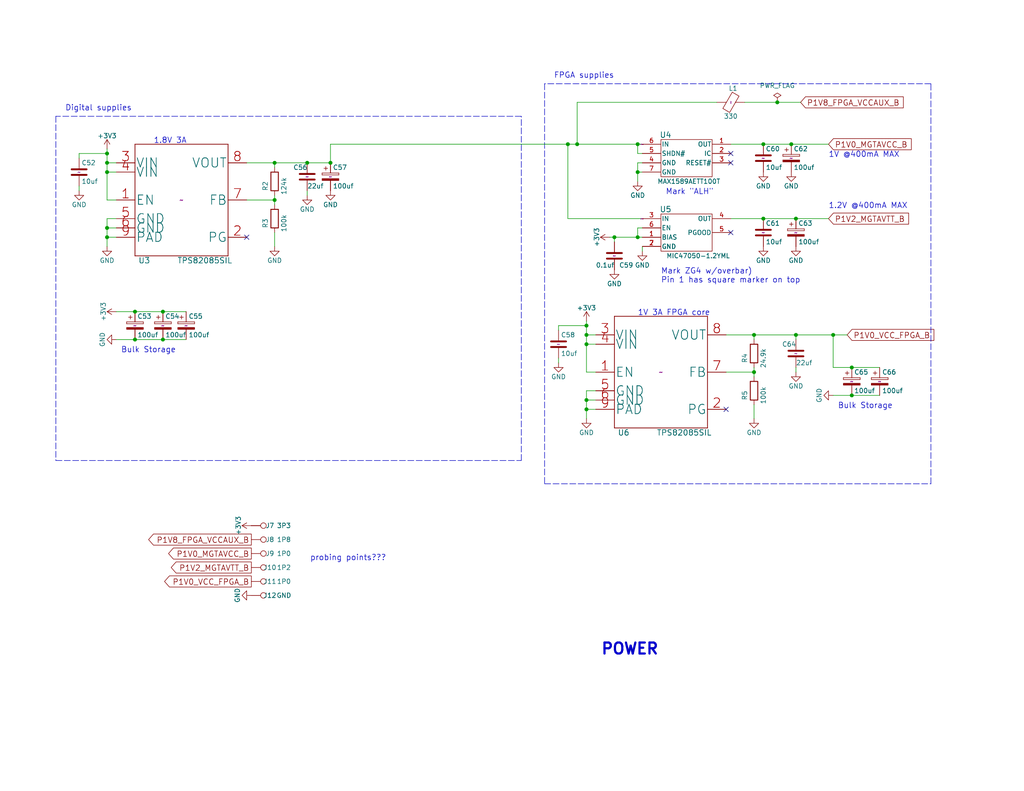
<source format=kicad_sch>
(kicad_sch (version 20250114) (generator "eeschema") (generator_version "9.0")
  (paper "A")
  (title_block (title "hFPGA") (date "2025-09-16") (rev "D") (company "Ethan Yang (github.com/ethanyangtaco115) & Stanely Wang") (comment 1 "A modification of the PicoEVB (github.com/RHSResearchLLC/PicoEVB)") (comment 2 "An expansion"))
  (lib_symbols
    (symbol "+3V3_1" (power) (pin_names (offset 0))
      (property "Value" "+3V3" (at 0 3.556 0))
      (symbol "+3V3_1_1_1"
        (pin power_in line (at 0 0 90) (length 0) (hide yes) (name "+3V3") (number "1"))
      )
    )
    (symbol "+3V3_10" (power) (pin_names (offset 0))
      (property "Value" "+3V3" (at 0 3.556 0))
      (symbol "+3V3_10_1_1"
        (pin power_in line (at 0 0 90) (length 0) (hide yes) (name "+3V3") (number "1"))
      )
    )
    (symbol "+3V3_2" (power) (pin_names (offset 0))
      (property "Value" "+3V3" (at 0 3.556 0))
      (symbol "+3V3_2_1_1"
        (pin power_in line (at 0 0 90) (length 0) (hide yes) (name "+3V3") (number "1"))
      )
    )
    (symbol "+3V3_3" (power) (pin_names (offset 0))
      (property "Value" "+3V3" (at 0 3.556 0))
      (symbol "+3V3_3_1_1"
        (pin power_in line (at 0 0 90) (length 0) (hide yes) (name "+3V3") (number "1"))
      )
    )
    (symbol "+3V3_4" (power) (pin_names (offset 0))
      (property "Value" "+3V3" (at 0 3.556 0))
      (symbol "+3V3_4_1_1"
        (pin power_in line (at 0 0 90) (length 0) (hide yes) (name "+3V3") (number "1"))
      )
    )
    (symbol "+3V3_5" (power) (pin_names (offset 0))
      (property "Value" "+3V3" (at 0 3.556 0))
      (symbol "+3V3_5_1_1"
        (pin power_in line (at 0 0 90) (length 0) (hide yes) (name "+3V3") (number "1"))
      )
    )
    (symbol "+3V3_6" (power) (pin_names (offset 0))
      (property "Value" "+3V3" (at 0 3.556 0))
      (symbol "+3V3_6_1_1"
        (pin power_in line (at 0 0 90) (length 0) (hide yes) (name "+3V3") (number "1"))
      )
    )
    (symbol "+3V3_7" (power) (pin_names (offset 0))
      (property "Value" "+3V3" (at 0 3.556 0))
      (symbol "+3V3_7_1_1"
        (pin power_in line (at 0 0 90) (length 0) (hide yes) (name "+3V3") (number "1"))
      )
    )
    (symbol "+3V3_8" (power) (pin_names (offset 0))
      (property "Value" "+3V3" (at 0 3.556 0))
      (symbol "+3V3_8_1_1"
        (pin power_in line (at 0 0 90) (length 0) (hide yes) (name "+3V3") (number "1"))
      )
    )
    (symbol "+3V3_9" (power) (pin_names (offset 0))
      (property "Value" "+3V3" (at 0 3.556 0))
      (symbol "+3V3_9_1_1"
        (pin power_in line (at 0 0 90) (length 0) (hide yes) (name "+3V3") (number "1"))
      )
    )
    (symbol "CP_1" (pin_numbers (hide yes)) (pin_names (offset 0.254))
      (property "Reference" "C" (at 0.635 2.54 0))
      (property "Value" "CP" (at 0.635 -2.54 0))
      (symbol "CP_1_1_1"
        (pin passive line (at 0 3.81 270) (length 2.794) (name "~") (number "1"))
        (pin passive line (at 0 -3.81 90) (length 2.794) (name "~") (number "2"))
      )
    )
    (symbol "CP_10" (pin_numbers (hide yes)) (pin_names (offset 0.254))
      (property "Reference" "C" (at 0.635 2.54 0))
      (property "Value" "CP" (at 0.635 -2.54 0))
      (symbol "CP_10_1_1"
        (pin passive line (at 0 3.81 270) (length 2.794) (name "~") (number "1"))
        (pin passive line (at 0 -3.81 90) (length 2.794) (name "~") (number "2"))
      )
    )
    (symbol "CP_11" (pin_numbers (hide yes)) (pin_names (offset 0.254))
      (property "Reference" "C" (at 0.635 2.54 0))
      (property "Value" "CP" (at 0.635 -2.54 0))
      (symbol "CP_11_1_1"
        (pin passive line (at 0 3.81 270) (length 2.794) (name "~") (number "1"))
        (pin passive line (at 0 -3.81 90) (length 2.794) (name "~") (number "2"))
      )
    )
    (symbol "CP_12" (pin_numbers (hide yes)) (pin_names (offset 0.254))
      (property "Reference" "C" (at 0.635 2.54 0))
      (property "Value" "CP" (at 0.635 -2.54 0))
      (symbol "CP_12_1_1"
        (pin passive line (at 0 3.81 270) (length 2.794) (name "~") (number "1"))
        (pin passive line (at 0 -3.81 90) (length 2.794) (name "~") (number "2"))
      )
    )
    (symbol "CP_13" (pin_numbers (hide yes)) (pin_names (offset 0.254))
      (property "Reference" "C" (at 0.635 2.54 0))
      (property "Value" "CP" (at 0.635 -2.54 0))
      (symbol "CP_13_1_1"
        (pin passive line (at 0 3.81 270) (length 2.794) (name "~") (number "1"))
        (pin passive line (at 0 -3.81 90) (length 2.794) (name "~") (number "2"))
      )
    )
    (symbol "CP_14" (pin_numbers (hide yes)) (pin_names (offset 0.254))
      (property "Reference" "C" (at 0.635 2.54 0))
      (property "Value" "CP" (at 0.635 -2.54 0))
      (symbol "CP_14_1_1"
        (pin passive line (at 0 3.81 270) (length 2.794) (name "~") (number "1"))
        (pin passive line (at 0 -3.81 90) (length 2.794) (name "~") (number "2"))
      )
    )
    (symbol "CP_15" (pin_numbers (hide yes)) (pin_names (offset 0.254))
      (property "Reference" "C" (at 0.635 2.54 0))
      (property "Value" "CP" (at 0.635 -2.54 0))
      (symbol "CP_15_1_1"
        (pin passive line (at 0 3.81 270) (length 2.794) (name "~") (number "1"))
        (pin passive line (at 0 -3.81 90) (length 2.794) (name "~") (number "2"))
      )
    )
    (symbol "CP_16" (pin_numbers (hide yes)) (pin_names (offset 0.254))
      (property "Reference" "C" (at 0.635 2.54 0))
      (property "Value" "CP" (at 0.635 -2.54 0))
      (symbol "CP_16_1_1"
        (pin passive line (at 0 3.81 270) (length 2.794) (name "~") (number "1"))
        (pin passive line (at 0 -3.81 90) (length 2.794) (name "~") (number "2"))
      )
    )
    (symbol "CP_2" (pin_numbers (hide yes)) (pin_names (offset 0.254))
      (property "Reference" "C" (at 0.635 2.54 0))
      (property "Value" "CP" (at 0.635 -2.54 0))
      (symbol "CP_2_1_1"
        (pin passive line (at 0 3.81 270) (length 2.794) (name "~") (number "1"))
        (pin passive line (at 0 -3.81 90) (length 2.794) (name "~") (number "2"))
      )
    )
    (symbol "CP_3" (pin_numbers (hide yes)) (pin_names (offset 0.254))
      (property "Reference" "C" (at 0.635 2.54 0))
      (property "Value" "CP" (at 0.635 -2.54 0))
      (symbol "CP_3_1_1"
        (pin passive line (at 0 3.81 270) (length 2.794) (name "~") (number "1"))
        (pin passive line (at 0 -3.81 90) (length 2.794) (name "~") (number "2"))
      )
    )
    (symbol "CP_4" (pin_numbers (hide yes)) (pin_names (offset 0.254))
      (property "Reference" "C" (at 0.635 2.54 0))
      (property "Value" "CP" (at 0.635 -2.54 0))
      (symbol "CP_4_1_1"
        (pin passive line (at 0 3.81 270) (length 2.794) (name "~") (number "1"))
        (pin passive line (at 0 -3.81 90) (length 2.794) (name "~") (number "2"))
      )
    )
    (symbol "CP_5" (pin_numbers (hide yes)) (pin_names (offset 0.254))
      (property "Reference" "C" (at 0.635 2.54 0))
      (property "Value" "CP" (at 0.635 -2.54 0))
      (symbol "CP_5_1_1"
        (pin passive line (at 0 3.81 270) (length 2.794) (name "~") (number "1"))
        (pin passive line (at 0 -3.81 90) (length 2.794) (name "~") (number "2"))
      )
    )
    (symbol "CP_6" (pin_numbers (hide yes)) (pin_names (offset 0.254))
      (property "Reference" "C" (at 0.635 2.54 0))
      (property "Value" "CP" (at 0.635 -2.54 0))
      (symbol "CP_6_1_1"
        (pin passive line (at 0 3.81 270) (length 2.794) (name "~") (number "1"))
        (pin passive line (at 0 -3.81 90) (length 2.794) (name "~") (number "2"))
      )
    )
    (symbol "CP_7" (pin_numbers (hide yes)) (pin_names (offset 0.254))
      (property "Reference" "C" (at 0.635 2.54 0))
      (property "Value" "CP" (at 0.635 -2.54 0))
      (symbol "CP_7_1_1"
        (pin passive line (at 0 3.81 270) (length 2.794) (name "~") (number "1"))
        (pin passive line (at 0 -3.81 90) (length 2.794) (name "~") (number "2"))
      )
    )
    (symbol "CP_8" (pin_numbers (hide yes)) (pin_names (offset 0.254))
      (property "Reference" "C" (at 0.635 2.54 0))
      (property "Value" "CP" (at 0.635 -2.54 0))
      (symbol "CP_8_1_1"
        (pin passive line (at 0 3.81 270) (length 2.794) (name "~") (number "1"))
        (pin passive line (at 0 -3.81 90) (length 2.794) (name "~") (number "2"))
      )
    )
    (symbol "CP_9" (pin_numbers (hide yes)) (pin_names (offset 0.254))
      (property "Reference" "C" (at 0.635 2.54 0))
      (property "Value" "CP" (at 0.635 -2.54 0))
      (symbol "CP_9_1_1"
        (pin passive line (at 0 3.81 270) (length 2.794) (name "~") (number "1"))
        (pin passive line (at 0 -3.81 90) (length 2.794) (name "~") (number "2"))
      )
    )
    (symbol "C_1" (pin_numbers (hide yes)) (pin_names (offset 0.254))
      (property "Reference" "C" (at 0.635 2.54 0))
      (property "Value" "C" (at 0.635 -2.54 0))
      (symbol "C_1_1_1"
        (pin passive line (at 0 3.81 270) (length 2.794) (name "~") (number "1"))
        (pin passive line (at 0 -3.81 90) (length 2.794) (name "~") (number "2"))
      )
    )
    (symbol "C_10" (pin_numbers (hide yes)) (pin_names (offset 0.254))
      (property "Reference" "C" (at 0.635 2.54 0))
      (property "Value" "C" (at 0.635 -2.54 0))
      (symbol "C_10_1_1"
        (pin passive line (at 0 3.81 270) (length 2.794) (name "~") (number "1"))
        (pin passive line (at 0 -3.81 90) (length 2.794) (name "~") (number "2"))
      )
    )
    (symbol "C_11" (pin_numbers (hide yes)) (pin_names (offset 0.254))
      (property "Reference" "C" (at 0.635 2.54 0))
      (property "Value" "C" (at 0.635 -2.54 0))
      (symbol "C_11_1_1"
        (pin passive line (at 0 3.81 270) (length 2.794) (name "~") (number "1"))
        (pin passive line (at 0 -3.81 90) (length 2.794) (name "~") (number "2"))
      )
    )
    (symbol "C_12" (pin_numbers (hide yes)) (pin_names (offset 0.254))
      (property "Reference" "C" (at 0.635 2.54 0))
      (property "Value" "C" (at 0.635 -2.54 0))
      (symbol "C_12_1_1"
        (pin passive line (at 0 3.81 270) (length 2.794) (name "~") (number "1"))
        (pin passive line (at 0 -3.81 90) (length 2.794) (name "~") (number "2"))
      )
    )
    (symbol "C_13" (pin_numbers (hide yes)) (pin_names (offset 0.254))
      (property "Reference" "C" (at 0.635 2.54 0))
      (property "Value" "C" (at 0.635 -2.54 0))
      (symbol "C_13_1_1"
        (pin passive line (at 0 3.81 270) (length 2.794) (name "~") (number "1"))
        (pin passive line (at 0 -3.81 90) (length 2.794) (name "~") (number "2"))
      )
    )
    (symbol "C_14" (pin_numbers (hide yes)) (pin_names (offset 0.254))
      (property "Reference" "C" (at 0.635 2.54 0))
      (property "Value" "C" (at 0.635 -2.54 0))
      (symbol "C_14_1_1"
        (pin passive line (at 0 3.81 270) (length 2.794) (name "~") (number "1"))
        (pin passive line (at 0 -3.81 90) (length 2.794) (name "~") (number "2"))
      )
    )
    (symbol "C_2" (pin_numbers (hide yes)) (pin_names (offset 0.254))
      (property "Reference" "C" (at 0.635 2.54 0))
      (property "Value" "C" (at 0.635 -2.54 0))
      (symbol "C_2_1_1"
        (pin passive line (at 0 3.81 270) (length 2.794) (name "~") (number "1"))
        (pin passive line (at 0 -3.81 90) (length 2.794) (name "~") (number "2"))
      )
    )
    (symbol "C_3" (pin_numbers (hide yes)) (pin_names (offset 0.254))
      (property "Reference" "C" (at 0.635 2.54 0))
      (property "Value" "C" (at 0.635 -2.54 0))
      (symbol "C_3_1_1"
        (pin passive line (at 0 3.81 270) (length 2.794) (name "~") (number "1"))
        (pin passive line (at 0 -3.81 90) (length 2.794) (name "~") (number "2"))
      )
    )
    (symbol "C_4" (pin_numbers (hide yes)) (pin_names (offset 0.254))
      (property "Reference" "C" (at 0.635 2.54 0))
      (property "Value" "C" (at 0.635 -2.54 0))
      (symbol "C_4_1_1"
        (pin passive line (at 0 3.81 270) (length 2.794) (name "~") (number "1"))
        (pin passive line (at 0 -3.81 90) (length 2.794) (name "~") (number "2"))
      )
    )
    (symbol "C_5" (pin_numbers (hide yes)) (pin_names (offset 0.254))
      (property "Reference" "C" (at 0.635 2.54 0))
      (property "Value" "C" (at 0.635 -2.54 0))
      (symbol "C_5_1_1"
        (pin passive line (at 0 3.81 270) (length 2.794) (name "~") (number "1"))
        (pin passive line (at 0 -3.81 90) (length 2.794) (name "~") (number "2"))
      )
    )
    (symbol "C_6" (pin_numbers (hide yes)) (pin_names (offset 0.254))
      (property "Reference" "C" (at 0.635 2.54 0))
      (property "Value" "C" (at 0.635 -2.54 0))
      (symbol "C_6_1_1"
        (pin passive line (at 0 3.81 270) (length 2.794) (name "~") (number "1"))
        (pin passive line (at 0 -3.81 90) (length 2.794) (name "~") (number "2"))
      )
    )
    (symbol "C_7" (pin_numbers (hide yes)) (pin_names (offset 0.254))
      (property "Reference" "C" (at 0.635 2.54 0))
      (property "Value" "C" (at 0.635 -2.54 0))
      (symbol "C_7_1_1"
        (pin passive line (at 0 3.81 270) (length 2.794) (name "~") (number "1"))
        (pin passive line (at 0 -3.81 90) (length 2.794) (name "~") (number "2"))
      )
    )
    (symbol "C_8" (pin_numbers (hide yes)) (pin_names (offset 0.254))
      (property "Reference" "C" (at 0.635 2.54 0))
      (property "Value" "C" (at 0.635 -2.54 0))
      (symbol "C_8_1_1"
        (pin passive line (at 0 3.81 270) (length 2.794) (name "~") (number "1"))
        (pin passive line (at 0 -3.81 90) (length 2.794) (name "~") (number "2"))
      )
    )
    (symbol "C_9" (pin_numbers (hide yes)) (pin_names (offset 0.254))
      (property "Reference" "C" (at 0.635 2.54 0))
      (property "Value" "C" (at 0.635 -2.54 0))
      (symbol "C_9_1_1"
        (pin passive line (at 0 3.81 270) (length 2.794) (name "~") (number "1"))
        (pin passive line (at 0 -3.81 90) (length 2.794) (name "~") (number "2"))
      )
    )
    (symbol "Ferrite_Bead_1" (pin_numbers (hide yes)) (pin_names (offset 0))
      (property "Reference" "L" (at -3.81 0.635 90))
      (property "Value" "Ferrite_Bead" (at 3.81 0 90))
      (symbol "Ferrite_Bead_1_1_1"
        (pin passive line (at 0 3.81 270) (length 2.54) (name "~") (number "1"))
        (pin passive line (at 0 -3.81 90) (length 2.54) (name "~") (number "2"))
      )
    )
    (symbol "Ferrite_Bead_2" (pin_numbers (hide yes)) (pin_names (offset 0))
      (property "Reference" "L" (at -3.81 0.635 90))
      (property "Value" "Ferrite_Bead" (at 3.81 0 90))
      (symbol "Ferrite_Bead_2_1_1"
        (pin passive line (at 0 3.81 270) (length 2.54) (name "~") (number "1"))
        (pin passive line (at 0 -3.81 90) (length 2.54) (name "~") (number "2"))
      )
    )
    (symbol "GND_1" (power) (pin_names (offset 0))
      (property "Value" "GND" (at 0 -3.81 0))
      (symbol "GND_1_1_1"
        (pin power_in line (at 0 0 270) (length 0) (hide yes) (name "GND") (number "1"))
      )
    )
    (symbol "GND_10" (power) (pin_names (offset 0))
      (property "Value" "GND" (at 0 -3.81 0))
      (symbol "GND_10_1_1"
        (pin power_in line (at 0 0 270) (length 0) (hide yes) (name "GND") (number "1"))
      )
    )
    (symbol "GND_11" (power) (pin_names (offset 0))
      (property "Value" "GND" (at 0 -3.81 0))
      (symbol "GND_11_1_1"
        (pin power_in line (at 0 0 270) (length 0) (hide yes) (name "GND") (number "1"))
      )
    )
    (symbol "GND_12" (power) (pin_names (offset 0))
      (property "Value" "GND" (at 0 -3.81 0))
      (symbol "GND_12_1_1"
        (pin power_in line (at 0 0 270) (length 0) (hide yes) (name "GND") (number "1"))
      )
    )
    (symbol "GND_13" (power) (pin_names (offset 0))
      (property "Value" "GND" (at 0 -3.81 0))
      (symbol "GND_13_1_1"
        (pin power_in line (at 0 0 270) (length 0) (hide yes) (name "GND") (number "1"))
      )
    )
    (symbol "GND_14" (power) (pin_names (offset 0))
      (property "Value" "GND" (at 0 -3.81 0))
      (symbol "GND_14_1_1"
        (pin power_in line (at 0 0 270) (length 0) (hide yes) (name "GND") (number "1"))
      )
    )
    (symbol "GND_15" (power) (pin_names (offset 0))
      (property "Value" "GND" (at 0 -3.81 0))
      (symbol "GND_15_1_1"
        (pin power_in line (at 0 0 270) (length 0) (hide yes) (name "GND") (number "1"))
      )
    )
    (symbol "GND_16" (power) (pin_names (offset 0))
      (property "Value" "GND" (at 0 -3.81 0))
      (symbol "GND_16_1_1"
        (pin power_in line (at 0 0 270) (length 0) (hide yes) (name "GND") (number "1"))
      )
    )
    (symbol "GND_17" (power) (pin_names (offset 0))
      (property "Value" "GND" (at 0 -3.81 0))
      (symbol "GND_17_1_1"
        (pin power_in line (at 0 0 270) (length 0) (hide yes) (name "GND") (number "1"))
      )
    )
    (symbol "GND_18" (power) (pin_names (offset 0))
      (property "Value" "GND" (at 0 -3.81 0))
      (symbol "GND_18_1_1"
        (pin power_in line (at 0 0 270) (length 0) (hide yes) (name "GND") (number "1"))
      )
    )
    (symbol "GND_19" (power) (pin_names (offset 0))
      (property "Value" "GND" (at 0 -3.81 0))
      (symbol "GND_19_1_1"
        (pin power_in line (at 0 0 270) (length 0) (hide yes) (name "GND") (number "1"))
      )
    )
    (symbol "GND_2" (power) (pin_names (offset 0))
      (property "Value" "GND" (at 0 -3.81 0))
      (symbol "GND_2_1_1"
        (pin power_in line (at 0 0 270) (length 0) (hide yes) (name "GND") (number "1"))
      )
    )
    (symbol "GND_20" (power) (pin_names (offset 0))
      (property "Value" "GND" (at 0 -3.81 0))
      (symbol "GND_20_1_1"
        (pin power_in line (at 0 0 270) (length 0) (hide yes) (name "GND") (number "1"))
      )
    )
    (symbol "GND_21" (power) (pin_names (offset 0))
      (property "Value" "GND" (at 0 -3.81 0))
      (symbol "GND_21_1_1"
        (pin power_in line (at 0 0 270) (length 0) (hide yes) (name "GND") (number "1"))
      )
    )
    (symbol "GND_22" (power) (pin_names (offset 0))
      (property "Value" "GND" (at 0 -3.81 0))
      (symbol "GND_22_1_1"
        (pin power_in line (at 0 0 270) (length 0) (hide yes) (name "GND") (number "1"))
      )
    )
    (symbol "GND_23" (power) (pin_names (offset 0))
      (property "Value" "GND" (at 0 -3.81 0))
      (symbol "GND_23_1_1"
        (pin power_in line (at 0 0 270) (length 0) (hide yes) (name "GND") (number "1"))
      )
    )
    (symbol "GND_24" (power) (pin_names (offset 0))
      (property "Value" "GND" (at 0 -3.81 0))
      (symbol "GND_24_1_1"
        (pin power_in line (at 0 0 270) (length 0) (hide yes) (name "GND") (number "1"))
      )
    )
    (symbol "GND_25" (power) (pin_names (offset 0))
      (property "Value" "GND" (at 0 -3.81 0))
      (symbol "GND_25_1_1"
        (pin power_in line (at 0 0 270) (length 0) (hide yes) (name "GND") (number "1"))
      )
    )
    (symbol "GND_26" (power) (pin_names (offset 0))
      (property "Value" "GND" (at 0 -3.81 0))
      (symbol "GND_26_1_1"
        (pin power_in line (at 0 0 270) (length 0) (hide yes) (name "GND") (number "1"))
      )
    )
    (symbol "GND_27" (power) (pin_names (offset 0))
      (property "Value" "GND" (at 0 -3.81 0))
      (symbol "GND_27_1_1"
        (pin power_in line (at 0 0 270) (length 0) (hide yes) (name "GND") (number "1"))
      )
    )
    (symbol "GND_28" (power) (pin_names (offset 0))
      (property "Value" "GND" (at 0 -3.81 0))
      (symbol "GND_28_1_1"
        (pin power_in line (at 0 0 270) (length 0) (hide yes) (name "GND") (number "1"))
      )
    )
    (symbol "GND_29" (power) (pin_names (offset 0))
      (property "Value" "GND" (at 0 -3.81 0))
      (symbol "GND_29_1_1"
        (pin power_in line (at 0 0 270) (length 0) (hide yes) (name "GND") (number "1"))
      )
    )
    (symbol "GND_3" (power) (pin_names (offset 0))
      (property "Value" "GND" (at 0 -3.81 0))
      (symbol "GND_3_1_1"
        (pin power_in line (at 0 0 270) (length 0) (hide yes) (name "GND") (number "1"))
      )
    )
    (symbol "GND_30" (power) (pin_names (offset 0))
      (property "Value" "GND" (at 0 -3.81 0))
      (symbol "GND_30_1_1"
        (pin power_in line (at 0 0 270) (length 0) (hide yes) (name "GND") (number "1"))
      )
    )
    (symbol "GND_31" (power) (pin_names (offset 0))
      (property "Value" "GND" (at 0 -3.81 0))
      (symbol "GND_31_1_1"
        (pin power_in line (at 0 0 270) (length 0) (hide yes) (name "GND") (number "1"))
      )
    )
    (symbol "GND_32" (power) (pin_names (offset 0))
      (property "Value" "GND" (at 0 -3.81 0))
      (symbol "GND_32_1_1"
        (pin power_in line (at 0 0 270) (length 0) (hide yes) (name "GND") (number "1"))
      )
    )
    (symbol "GND_33" (power) (pin_names (offset 0))
      (property "Value" "GND" (at 0 -3.81 0))
      (symbol "GND_33_1_1"
        (pin power_in line (at 0 0 270) (length 0) (hide yes) (name "GND") (number "1"))
      )
    )
    (symbol "GND_34" (power) (pin_names (offset 0))
      (property "Value" "GND" (at 0 -3.81 0))
      (symbol "GND_34_1_1"
        (pin power_in line (at 0 0 270) (length 0) (hide yes) (name "GND") (number "1"))
      )
    )
    (symbol "GND_35" (power) (pin_names (offset 0))
      (property "Value" "GND" (at 0 -3.81 0))
      (symbol "GND_35_1_1"
        (pin power_in line (at 0 0 270) (length 0) (hide yes) (name "GND") (number "1"))
      )
    )
    (symbol "GND_36" (power) (pin_names (offset 0))
      (property "Value" "GND" (at 0 -3.81 0))
      (symbol "GND_36_1_1"
        (pin power_in line (at 0 0 270) (length 0) (hide yes) (name "GND") (number "1"))
      )
    )
    (symbol "GND_37" (power) (pin_names (offset 0))
      (property "Value" "GND" (at 0 -3.81 0))
      (symbol "GND_37_1_1"
        (pin power_in line (at 0 0 270) (length 0) (hide yes) (name "GND") (number "1"))
      )
    )
    (symbol "GND_38" (power) (pin_names (offset 0))
      (property "Value" "GND" (at 0 -3.81 0))
      (symbol "GND_38_1_1"
        (pin power_in line (at 0 0 270) (length 0) (hide yes) (name "GND") (number "1"))
      )
    )
    (symbol "GND_4" (power) (pin_names (offset 0))
      (property "Value" "GND" (at 0 -3.81 0))
      (symbol "GND_4_1_1"
        (pin power_in line (at 0 0 270) (length 0) (hide yes) (name "GND") (number "1"))
      )
    )
    (symbol "GND_5" (power) (pin_names (offset 0))
      (property "Value" "GND" (at 0 -3.81 0))
      (symbol "GND_5_1_1"
        (pin power_in line (at 0 0 270) (length 0) (hide yes) (name "GND") (number "1"))
      )
    )
    (symbol "GND_6" (power) (pin_names (offset 0))
      (property "Value" "GND" (at 0 -3.81 0))
      (symbol "GND_6_1_1"
        (pin power_in line (at 0 0 270) (length 0) (hide yes) (name "GND") (number "1"))
      )
    )
    (symbol "GND_7" (power) (pin_names (offset 0))
      (property "Value" "GND" (at 0 -3.81 0))
      (symbol "GND_7_1_1"
        (pin power_in line (at 0 0 270) (length 0) (hide yes) (name "GND") (number "1"))
      )
    )
    (symbol "GND_8" (power) (pin_names (offset 0))
      (property "Value" "GND" (at 0 -3.81 0))
      (symbol "GND_8_1_1"
        (pin power_in line (at 0 0 270) (length 0) (hide yes) (name "GND") (number "1"))
      )
    )
    (symbol "GND_9" (power) (pin_names (offset 0))
      (property "Value" "GND" (at 0 -3.81 0))
      (symbol "GND_9_1_1"
        (pin power_in line (at 0 0 270) (length 0) (hide yes) (name "GND") (number "1"))
      )
    )
    (symbol "MAX1589AETTxxxT_1" (pin_names (offset 0.254))
      (property "Reference" "U" (at 6.35 2.54 0))
      (property "Value" "MAX1589AETTxxxT" (at 12.7 -10.16 0))
      (symbol "MAX1589AETTxxxT_1_1_0"
        (pin power_in line (at 0 0 0) (length 5.0038) (name "IN") (number "6"))
        (pin input line (at 0 -2.54 0) (length 5.0038) (name "SHDN#") (number "5"))
        (pin power_in line (at 0 -5.08 0) (length 5.0038) (name "GND") (number "4"))
        (pin unspecified line (at 0 -7.62 0) (length 5.0038) (name "GND") (number "7"))
        (pin output line (at 24.13 0 180) (length 5.0038) (name "OUT") (number "1"))
        (pin unspecified line (at 24.13 -2.54 180) (length 5.0038) (name "IC") (number "2"))
        (pin output line (at 24.13 -5.08 180) (length 5.0038) (name "RESET#") (number "3"))
      )
    )
    (symbol "MAX1589AETTxxxT_2" (pin_names (offset 0.254))
      (property "Reference" "U" (at 6.35 2.54 0))
      (property "Value" "MAX1589AETTxxxT" (at 12.7 -10.16 0))
      (symbol "MAX1589AETTxxxT_2_1_0"
        (pin power_in line (at 0 0 0) (length 5.0038) (name "IN") (number "6"))
        (pin input line (at 0 -2.54 0) (length 5.0038) (name "SHDN#") (number "5"))
        (pin power_in line (at 0 -5.08 0) (length 5.0038) (name "GND") (number "4"))
        (pin unspecified line (at 0 -7.62 0) (length 5.0038) (name "GND") (number "7"))
        (pin output line (at 24.13 0 180) (length 5.0038) (name "OUT") (number "1"))
        (pin unspecified line (at 24.13 -2.54 180) (length 5.0038) (name "IC") (number "2"))
        (pin output line (at 24.13 -5.08 180) (length 5.0038) (name "RESET#") (number "3"))
      )
    )
    (symbol "MIC47050_1" (pin_names (offset 0.254))
      (property "Reference" "U" (at 6.35 2.54 0))
      (property "Value" "MIC47050" (at 12.7 -12.7 0))
      (symbol "MIC47050_1_1_0"
        (pin power_in line (at 0 0 0) (length 5.0038) (name "IN") (number "3"))
        (pin input line (at 0 -2.54 0) (length 5.0038) (name "EN") (number "6"))
        (pin power_in line (at 0 -5.08 0) (length 5.0038) (name "BIAS") (number "1"))
        (pin power_in line (at 0 -7.62 0) (length 5.0038) (name "GND") (number "2"))
        (pin power_in line (at 0 -7.62 0) (length 5.0038) (name "GND") (number "7"))
        (pin power_out line (at 24.13 0 180) (length 5.0038) (name "OUT") (number "4"))
        (pin output line (at 24.13 -3.81 180) (length 5.0038) (name "PGOOD") (number "5"))
      )
    )
    (symbol "MIC47050_2" (pin_names (offset 0.254))
      (property "Reference" "U" (at 6.35 2.54 0))
      (property "Value" "MIC47050" (at 12.7 -12.7 0))
      (symbol "MIC47050_2_1_0"
        (pin power_in line (at 0 0 0) (length 5.0038) (name "IN") (number "3"))
        (pin input line (at 0 -2.54 0) (length 5.0038) (name "EN") (number "6"))
        (pin power_in line (at 0 -5.08 0) (length 5.0038) (name "BIAS") (number "1"))
        (pin power_in line (at 0 -7.62 0) (length 5.0038) (name "GND") (number "2"))
        (pin power_in line (at 0 -7.62 0) (length 5.0038) (name "GND") (number "7"))
        (pin power_out line (at 24.13 0 180) (length 5.0038) (name "OUT") (number "4"))
        (pin output line (at 24.13 -3.81 180) (length 5.0038) (name "PGOOD") (number "5"))
      )
    )
    (symbol "PWR_FLAG_1" (power) (pin_numbers (hide yes)) (pin_names (offset 0) (hide yes))
      (property "Value" "PWR_FLAG" (at 0 3.81 0))
      (symbol "PWR_FLAG_1_0_0"
        (pin power_out line (at 0 0 90) (length 0) (name "pwr") (number "1"))
      )
    )
    (symbol "PWR_FLAG_2" (power) (pin_numbers (hide yes)) (pin_names (offset 0) (hide yes))
      (property "Value" "PWR_FLAG" (at 0 3.81 0))
      (symbol "PWR_FLAG_2_0_0"
        (pin power_out line (at 0 0 90) (length 0) (name "pwr") (number "1"))
      )
    )
    (symbol "R_1" (pin_numbers (hide yes)) (pin_names (offset 0))
      (property "Reference" "R" (at 2.032 0 90))
      (property "Value" "R" (at 0 0 90))
      (symbol "R_1_1_1"
        (pin passive line (at 0 3.81 270) (length 1.27) (name "~") (number "1"))
        (pin passive line (at 0 -3.81 90) (length 1.27) (name "~") (number "2"))
      )
    )
    (symbol "R_2" (pin_numbers (hide yes)) (pin_names (offset 0))
      (property "Reference" "R" (at 2.032 0 90))
      (property "Value" "R" (at 0 0 90))
      (symbol "R_2_1_1"
        (pin passive line (at 0 3.81 270) (length 1.27) (name "~") (number "1"))
        (pin passive line (at 0 -3.81 90) (length 1.27) (name "~") (number "2"))
      )
    )
    (symbol "R_3" (pin_numbers (hide yes)) (pin_names (offset 0))
      (property "Reference" "R" (at 2.032 0 90))
      (property "Value" "R" (at 0 0 90))
      (symbol "R_3_1_1"
        (pin passive line (at 0 3.81 270) (length 1.27) (name "~") (number "1"))
        (pin passive line (at 0 -3.81 90) (length 1.27) (name "~") (number "2"))
      )
    )
    (symbol "R_4" (pin_numbers (hide yes)) (pin_names (offset 0))
      (property "Reference" "R" (at 2.032 0 90))
      (property "Value" "R" (at 0 0 90))
      (symbol "R_4_1_1"
        (pin passive line (at 0 3.81 270) (length 1.27) (name "~") (number "1"))
        (pin passive line (at 0 -3.81 90) (length 1.27) (name "~") (number "2"))
      )
    )
    (symbol "R_5" (pin_numbers (hide yes)) (pin_names (offset 0))
      (property "Reference" "R" (at 2.032 0 90))
      (property "Value" "R" (at 0 0 90))
      (symbol "R_5_1_1"
        (pin passive line (at 0 3.81 270) (length 1.27) (name "~") (number "1"))
        (pin passive line (at 0 -3.81 90) (length 1.27) (name "~") (number "2"))
      )
    )
    (symbol "R_6" (pin_numbers (hide yes)) (pin_names (offset 0))
      (property "Reference" "R" (at 2.032 0 90))
      (property "Value" "R" (at 0 0 90))
      (symbol "R_6_1_1"
        (pin passive line (at 0 3.81 270) (length 1.27) (name "~") (number "1"))
        (pin passive line (at 0 -3.81 90) (length 1.27) (name "~") (number "2"))
      )
    )
    (symbol "R_7" (pin_numbers (hide yes)) (pin_names (offset 0))
      (property "Reference" "R" (at 2.032 0 90))
      (property "Value" "R" (at 0 0 90))
      (symbol "R_7_1_1"
        (pin passive line (at 0 3.81 270) (length 1.27) (name "~") (number "1"))
        (pin passive line (at 0 -3.81 90) (length 1.27) (name "~") (number "2"))
      )
    )
    (symbol "R_8" (pin_numbers (hide yes)) (pin_names (offset 0))
      (property "Reference" "R" (at 2.032 0 90))
      (property "Value" "R" (at 0 0 90))
      (symbol "R_8_1_1"
        (pin passive line (at 0 3.81 270) (length 1.27) (name "~") (number "1"))
        (pin passive line (at 0 -3.81 90) (length 1.27) (name "~") (number "2"))
      )
    )
    (symbol "TEST_1P_1" (pin_numbers (hide yes)) (pin_names (offset 0.762) (hide yes))
      (property "Reference" "J" (at 0 6.858 0))
      (property "Value" "TEST_1P" (at 0 5.08 0))
      (symbol "TEST_1P_1_1_1"
        (pin passive line (at 0 0 90) (length 2.54) (name "1") (number "1"))
      )
    )
    (symbol "TEST_1P_10" (pin_numbers (hide yes)) (pin_names (offset 0.762) (hide yes))
      (property "Reference" "J" (at 0 6.858 0))
      (property "Value" "TEST_1P" (at 0 5.08 0))
      (symbol "TEST_1P_10_1_1"
        (pin passive line (at 0 0 90) (length 2.54) (name "1") (number "1"))
      )
    )
    (symbol "TEST_1P_11" (pin_numbers (hide yes)) (pin_names (offset 0.762) (hide yes))
      (property "Reference" "J" (at 0 6.858 0))
      (property "Value" "TEST_1P" (at 0 5.08 0))
      (symbol "TEST_1P_11_1_1"
        (pin passive line (at 0 0 90) (length 2.54) (name "1") (number "1"))
      )
    )
    (symbol "TEST_1P_12" (pin_numbers (hide yes)) (pin_names (offset 0.762) (hide yes))
      (property "Reference" "J" (at 0 6.858 0))
      (property "Value" "TEST_1P" (at 0 5.08 0))
      (symbol "TEST_1P_12_1_1"
        (pin passive line (at 0 0 90) (length 2.54) (name "1") (number "1"))
      )
    )
    (symbol "TEST_1P_2" (pin_numbers (hide yes)) (pin_names (offset 0.762) (hide yes))
      (property "Reference" "J" (at 0 6.858 0))
      (property "Value" "TEST_1P" (at 0 5.08 0))
      (symbol "TEST_1P_2_1_1"
        (pin passive line (at 0 0 90) (length 2.54) (name "1") (number "1"))
      )
    )
    (symbol "TEST_1P_3" (pin_numbers (hide yes)) (pin_names (offset 0.762) (hide yes))
      (property "Reference" "J" (at 0 6.858 0))
      (property "Value" "TEST_1P" (at 0 5.08 0))
      (symbol "TEST_1P_3_1_1"
        (pin passive line (at 0 0 90) (length 2.54) (name "1") (number "1"))
      )
    )
    (symbol "TEST_1P_4" (pin_numbers (hide yes)) (pin_names (offset 0.762) (hide yes))
      (property "Reference" "J" (at 0 6.858 0))
      (property "Value" "TEST_1P" (at 0 5.08 0))
      (symbol "TEST_1P_4_1_1"
        (pin passive line (at 0 0 90) (length 2.54) (name "1") (number "1"))
      )
    )
    (symbol "TEST_1P_5" (pin_numbers (hide yes)) (pin_names (offset 0.762) (hide yes))
      (property "Reference" "J" (at 0 6.858 0))
      (property "Value" "TEST_1P" (at 0 5.08 0))
      (symbol "TEST_1P_5_1_1"
        (pin passive line (at 0 0 90) (length 2.54) (name "1") (number "1"))
      )
    )
    (symbol "TEST_1P_6" (pin_numbers (hide yes)) (pin_names (offset 0.762) (hide yes))
      (property "Reference" "J" (at 0 6.858 0))
      (property "Value" "TEST_1P" (at 0 5.08 0))
      (symbol "TEST_1P_6_1_1"
        (pin passive line (at 0 0 90) (length 2.54) (name "1") (number "1"))
      )
    )
    (symbol "TEST_1P_7" (pin_numbers (hide yes)) (pin_names (offset 0.762) (hide yes))
      (property "Reference" "J" (at 0 6.858 0))
      (property "Value" "TEST_1P" (at 0 5.08 0))
      (symbol "TEST_1P_7_1_1"
        (pin passive line (at 0 0 90) (length 2.54) (name "1") (number "1"))
      )
    )
    (symbol "TEST_1P_8" (pin_numbers (hide yes)) (pin_names (offset 0.762) (hide yes))
      (property "Reference" "J" (at 0 6.858 0))
      (property "Value" "TEST_1P" (at 0 5.08 0))
      (symbol "TEST_1P_8_1_1"
        (pin passive line (at 0 0 90) (length 2.54) (name "1") (number "1"))
      )
    )
    (symbol "TEST_1P_9" (pin_numbers (hide yes)) (pin_names (offset 0.762) (hide yes))
      (property "Reference" "J" (at 0 6.858 0))
      (property "Value" "TEST_1P" (at 0 5.08 0))
      (symbol "TEST_1P_9_1_1"
        (pin passive line (at 0 0 90) (length 2.54) (name "1") (number "1"))
      )
    )
    (symbol "TPS82084SIL_1" (pin_names (offset 0.254))
      (property "Reference" "U" (at 0 2.54 0))
      (property "Value" "TPS82084SIL" (at 0 0 0))
      (symbol "TPS82084SIL_1_1_0"
        (pin unspecified line (at -17.78 10.16 0) (length 5.08) (name "VIN") (number "3"))
        (pin unspecified line (at -17.78 7.62 0) (length 5.08) (name "VIN") (number "4"))
        (pin unspecified line (at -17.78 0 0) (length 5.08) (name "EN") (number "1"))
        (pin unspecified line (at -17.78 -5.08 0) (length 5.08) (name "GND") (number "5"))
        (pin unspecified line (at -17.78 -7.62 0) (length 5.08) (name "GND") (number "6"))
        (pin unspecified line (at -17.78 -10.16 0) (length 5.08) (name "PAD") (number "9"))
        (pin unspecified line (at 17.78 10.16 180) (length 5.08) (name "VOUT") (number "8"))
        (pin unspecified line (at 17.78 0 180) (length 5.08) (name "FB") (number "7"))
        (pin unspecified line (at 17.78 -10.16 180) (length 5.08) (name "PG") (number "2"))
      )
    )
    (symbol "TPS82084SIL_2" (pin_names (offset 0.254))
      (property "Reference" "U" (at 0 2.54 0))
      (property "Value" "TPS82084SIL" (at 0 0 0))
      (symbol "TPS82084SIL_2_1_0"
        (pin unspecified line (at -17.78 10.16 0) (length 5.08) (name "VIN") (number "3"))
        (pin unspecified line (at -17.78 7.62 0) (length 5.08) (name "VIN") (number "4"))
        (pin unspecified line (at -17.78 0 0) (length 5.08) (name "EN") (number "1"))
        (pin unspecified line (at -17.78 -5.08 0) (length 5.08) (name "GND") (number "5"))
        (pin unspecified line (at -17.78 -7.62 0) (length 5.08) (name "GND") (number "6"))
        (pin unspecified line (at -17.78 -10.16 0) (length 5.08) (name "PAD") (number "9"))
        (pin unspecified line (at 17.78 10.16 180) (length 5.08) (name "VOUT") (number "8"))
        (pin unspecified line (at 17.78 0 180) (length 5.08) (name "FB") (number "7"))
        (pin unspecified line (at 17.78 -10.16 180) (length 5.08) (name "PG") (number "2"))
      )
    )
    (symbol "TPS82084SIL_3" (pin_names (offset 0.254))
      (property "Reference" "U" (at 0 2.54 0))
      (property "Value" "TPS82084SIL" (at 0 0 0))
      (symbol "TPS82084SIL_3_1_0"
        (pin unspecified line (at -17.78 10.16 0) (length 5.08) (name "VIN") (number "3"))
        (pin unspecified line (at -17.78 7.62 0) (length 5.08) (name "VIN") (number "4"))
        (pin unspecified line (at -17.78 0 0) (length 5.08) (name "EN") (number "1"))
        (pin unspecified line (at -17.78 -5.08 0) (length 5.08) (name "GND") (number "5"))
        (pin unspecified line (at -17.78 -7.62 0) (length 5.08) (name "GND") (number "6"))
        (pin unspecified line (at -17.78 -10.16 0) (length 5.08) (name "PAD") (number "9"))
        (pin unspecified line (at 17.78 10.16 180) (length 5.08) (name "VOUT") (number "8"))
        (pin unspecified line (at 17.78 0 180) (length 5.08) (name "FB") (number "7"))
        (pin unspecified line (at 17.78 -10.16 180) (length 5.08) (name "PG") (number "2"))
      )
    )
    (symbol "TPS82084SIL_4" (pin_names (offset 0.254))
      (property "Reference" "U" (at 0 2.54 0))
      (property "Value" "TPS82084SIL" (at 0 0 0))
      (symbol "TPS82084SIL_4_1_0"
        (pin unspecified line (at -17.78 10.16 0) (length 5.08) (name "VIN") (number "3"))
        (pin unspecified line (at -17.78 7.62 0) (length 5.08) (name "VIN") (number "4"))
        (pin unspecified line (at -17.78 0 0) (length 5.08) (name "EN") (number "1"))
        (pin unspecified line (at -17.78 -5.08 0) (length 5.08) (name "GND") (number "5"))
        (pin unspecified line (at -17.78 -7.62 0) (length 5.08) (name "GND") (number "6"))
        (pin unspecified line (at -17.78 -10.16 0) (length 5.08) (name "PAD") (number "9"))
        (pin unspecified line (at 17.78 10.16 180) (length 5.08) (name "VOUT") (number "8"))
        (pin unspecified line (at 17.78 0 180) (length 5.08) (name "FB") (number "7"))
        (pin unspecified line (at 17.78 -10.16 180) (length 5.08) (name "PG") (number "2"))
      )
    )
  )
  (text "Bulk Storage" (at 228.6 111.76 0) (effects (font (size 1.524 1.524)) (justify left bottom)))
  (text "1V 3A FPGA core" (at 173.99 86.36 0) (effects (font (size 1.524 1.524)) (justify left bottom)))
  (text "Mark ZG4 w/overbar)\nPin 1 has square marker on top" (at 180.34 77.47 0) (effects (font (size 1.524 1.524)) (justify left bottom)))
  (text "1.2V @400mA MAX" (at 226.06 57.15 0) (effects (font (size 1.524 1.524)) (justify left bottom)))
  (text "1V @400mA MAX" (at 226.06 43.18 0) (effects (font (size 1.524 1.524)) (justify left bottom)))
  (text "1.8V 3A" (at 41.91 39.37 0) (effects (font (size 1.524 1.524)) (justify left bottom)))
  (text "POWER" (at 163.83 179.07 0) (effects (font (size 2.9972 2.9972) (thickness 0.5994) (bold yes)) (justify left bottom)))
  (text "probing points???" (at 94.996 152.4 0) (effects (font (size 1.524 1.524))))
  (text "Mark \"ALH\"" (at 181.61 53.34 0) (effects (font (size 1.524 1.524)) (justify left bottom)))
  (text "Bulk Storage" (at 33.02 96.52 0) (effects (font (size 1.524 1.524)) (justify left bottom)))
  (text "Digital supplies" (at 17.78 30.48 0) (effects (font (size 1.524 1.524)) (justify left bottom)))
  (text "FPGA supplies" (at 151.13 21.59 0) (effects (font (size 1.524 1.524)) (justify left bottom)))
  (junction (at 29.21 62.23))
  (junction (at 83.82 44.45))
  (junction (at 167.64 64.77))
  (junction (at 208.28 59.69))
  (junction (at 217.17 91.44))
  (junction (at 44.45 92.71))
  (junction (at 29.21 46.99))
  (junction (at 160.02 88.9))
  (junction (at 160.02 111.76))
  (junction (at 160.02 93.98))
  (junction (at 205.74 101.6))
  (junction (at 29.21 44.45))
  (junction (at 212.09 27.94))
  (junction (at 160.02 109.22))
  (junction (at 154.94 39.37))
  (junction (at 173.99 64.77))
  (junction (at 232.41 107.95))
  (junction (at 217.17 59.69))
  (junction (at 173.99 39.37))
  (junction (at 36.83 92.71))
  (junction (at 90.17 44.45))
  (junction (at 173.99 46.99))
  (junction (at 36.83 85.09))
  (junction (at 44.45 85.09))
  (junction (at 29.21 41.91))
  (junction (at 208.28 39.37))
  (junction (at 227.33 91.44))
  (junction (at 74.93 44.45))
  (junction (at 205.74 91.44))
  (junction (at 29.21 64.77))
  (junction (at 215.9 39.37))
  (junction (at 160.02 91.44))
  (junction (at 157.48 39.37))
  (junction (at 74.93 54.61))
  (junction (at 232.41 100.33))
  (no_connect (at 198.12 111.76))
  (no_connect (at 199.39 63.5))
  (no_connect (at 67.31 64.77))
  (no_connect (at 199.39 41.91))
  (no_connect (at 199.39 44.45))
  (wire (pts (xy 152.4 97.79) (xy 152.4 99.06)))
  (wire (pts (xy 195.58 27.94) (xy 157.48 27.94)))
  (wire (pts (xy 173.99 39.37) (xy 175.26 39.37)))
  (wire (pts (xy 205.74 91.44) (xy 217.17 91.44)))
  (wire (pts (xy 166.37 64.77) (xy 167.64 64.77)))
  (wire (pts (xy 29.21 44.45) (xy 29.21 46.99)))
  (polyline (pts (xy 254 132.08) (xy 254 22.86)) (stroke (width 0) (type dash)))
  (wire (pts (xy 29.21 62.23) (xy 29.21 64.77)))
  (wire (pts (xy 227.33 100.33) (xy 227.33 91.44)))
  (wire (pts (xy 205.74 91.44) (xy 205.74 92.71)))
  (wire (pts (xy 160.02 87.63) (xy 160.02 88.9)))
  (wire (pts (xy 67.31 44.45) (xy 74.93 44.45)))
  (wire (pts (xy 198.12 101.6) (xy 205.74 101.6)))
  (wire (pts (xy 199.39 39.37) (xy 208.28 39.37)))
  (wire (pts (xy 167.64 66.04) (xy 167.64 64.77)))
  (wire (pts (xy 160.02 101.6) (xy 162.56 101.6)))
  (wire (pts (xy 157.48 27.94) (xy 157.48 39.37)))
  (wire (pts (xy 21.59 41.91) (xy 21.59 43.18)))
  (wire (pts (xy 67.31 54.61) (xy 74.93 54.61)))
  (wire (pts (xy 217.17 92.71) (xy 217.17 91.44)))
  (wire (pts (xy 217.17 59.69) (xy 226.06 59.69)))
  (wire (pts (xy 175.26 44.45) (xy 173.99 44.45)))
  (wire (pts (xy 160.02 106.68) (xy 160.02 109.22)))
  (wire (pts (xy 31.75 64.77) (xy 29.21 64.77)))
  (wire (pts (xy 44.45 85.09) (xy 50.8 85.09)))
  (wire (pts (xy 154.94 59.69) (xy 154.94 39.37)))
  (wire (pts (xy 83.82 44.45) (xy 90.17 44.45)))
  (polyline (pts (xy 148.59 132.08) (xy 254 132.08)) (stroke (width 0) (type dash)))
  (wire (pts (xy 31.75 62.23) (xy 29.21 62.23)))
  (wire (pts (xy 83.82 52.07) (xy 83.82 53.34)))
  (wire (pts (xy 215.9 39.37) (xy 226.06 39.37)))
  (wire (pts (xy 29.21 44.45) (xy 31.75 44.45)))
  (wire (pts (xy 167.64 64.77) (xy 173.99 64.77)))
  (wire (pts (xy 160.02 93.98) (xy 162.56 93.98)))
  (wire (pts (xy 160.02 88.9) (xy 160.02 91.44)))
  (wire (pts (xy 152.4 88.9) (xy 152.4 90.17)))
  (wire (pts (xy 29.21 46.99) (xy 29.21 54.61)))
  (wire (pts (xy 29.21 54.61) (xy 31.75 54.61)))
  (wire (pts (xy 205.74 101.6) (xy 205.74 102.87)))
  (wire (pts (xy 232.41 100.33) (xy 240.03 100.33)))
  (wire (pts (xy 199.39 59.69) (xy 208.28 59.69)))
  (wire (pts (xy 31.75 59.69) (xy 29.21 59.69)))
  (wire (pts (xy 29.21 59.69) (xy 29.21 62.23)))
  (wire (pts (xy 227.33 91.44) (xy 231.14 91.44)))
  (wire (pts (xy 198.12 91.44) (xy 205.74 91.44)))
  (wire (pts (xy 21.59 50.8) (xy 21.59 52.07)))
  (wire (pts (xy 36.83 85.09) (xy 44.45 85.09)))
  (wire (pts (xy 74.93 44.45) (xy 74.93 45.72)))
  (polyline (pts (xy 15.24 31.75) (xy 15.24 125.73)) (stroke (width 0) (type dash)))
  (wire (pts (xy 160.02 88.9) (xy 152.4 88.9)))
  (polyline (pts (xy 142.24 125.73) (xy 142.24 31.75)) (stroke (width 0) (type dash)))
  (wire (pts (xy 160.02 91.44) (xy 160.02 93.98)))
  (wire (pts (xy 173.99 64.77) (xy 175.26 64.77)))
  (wire (pts (xy 217.17 91.44) (xy 227.33 91.44)))
  (wire (pts (xy 175.26 67.31) (xy 175.26 68.58)))
  (wire (pts (xy 217.17 100.33) (xy 217.17 101.6)))
  (wire (pts (xy 160.02 91.44) (xy 162.56 91.44)))
  (polyline (pts (xy 254 22.86) (xy 148.59 22.86)) (stroke (width 0) (type dash)))
  (wire (pts (xy 162.56 109.22) (xy 160.02 109.22)))
  (wire (pts (xy 173.99 62.23) (xy 173.99 64.77)))
  (wire (pts (xy 31.75 85.09) (xy 36.83 85.09)))
  (wire (pts (xy 203.2 27.94) (xy 212.09 27.94)))
  (wire (pts (xy 74.93 44.45) (xy 83.82 44.45)))
  (wire (pts (xy 173.99 41.91) (xy 173.99 39.37)))
  (wire (pts (xy 74.93 54.61) (xy 74.93 55.88)))
  (wire (pts (xy 208.28 39.37) (xy 215.9 39.37)))
  (wire (pts (xy 175.26 41.91) (xy 173.99 41.91)))
  (wire (pts (xy 44.45 92.71) (xy 50.8 92.71)))
  (wire (pts (xy 205.74 110.49) (xy 205.74 114.3)))
  (wire (pts (xy 160.02 109.22) (xy 160.02 111.76)))
  (wire (pts (xy 162.56 111.76) (xy 160.02 111.76)))
  (wire (pts (xy 173.99 44.45) (xy 173.99 46.99)))
  (wire (pts (xy 31.75 92.71) (xy 36.83 92.71)))
  (wire (pts (xy 212.09 27.94) (xy 218.44 27.94)))
  (wire (pts (xy 157.48 39.37) (xy 173.99 39.37)))
  (wire (pts (xy 173.99 46.99) (xy 173.99 49.53)))
  (wire (pts (xy 154.94 59.69) (xy 175.26 59.69)))
  (wire (pts (xy 29.21 64.77) (xy 29.21 67.31)))
  (wire (pts (xy 175.26 46.99) (xy 173.99 46.99)))
  (wire (pts (xy 90.17 44.45) (xy 90.17 39.37)))
  (polyline (pts (xy 142.24 31.75) (xy 15.24 31.75)) (stroke (width 0) (type dash)))
  (wire (pts (xy 208.28 59.69) (xy 217.17 59.69)))
  (wire (pts (xy 29.21 40.64) (xy 29.21 41.91)))
  (wire (pts (xy 160.02 93.98) (xy 160.02 101.6)))
  (wire (pts (xy 74.93 53.34) (xy 74.93 54.61)))
  (wire (pts (xy 205.74 100.33) (xy 205.74 101.6)))
  (wire (pts (xy 162.56 106.68) (xy 160.02 106.68)))
  (wire (pts (xy 36.83 92.71) (xy 44.45 92.71)))
  (wire (pts (xy 227.33 100.33) (xy 232.41 100.33)))
  (wire (pts (xy 232.41 107.95) (xy 240.03 107.95)))
  (wire (pts (xy 29.21 41.91) (xy 21.59 41.91)))
  (wire (pts (xy 160.02 111.76) (xy 160.02 114.3)))
  (polyline (pts (xy 15.24 125.73) (xy 142.24 125.73)) (stroke (width 0) (type dash)))
  (wire (pts (xy 154.94 39.37) (xy 157.48 39.37)))
  (polyline (pts (xy 148.59 22.86) (xy 148.59 132.08)) (stroke (width 0) (type dash)))
  (wire (pts (xy 74.93 63.5) (xy 74.93 67.31)))
  (wire (pts (xy 29.21 46.99) (xy 31.75 46.99)))
  (wire (pts (xy 227.33 107.95) (xy 232.41 107.95)))
  (wire (pts (xy 175.26 62.23) (xy 173.99 62.23)))
  (wire (pts (xy 29.21 41.91) (xy 29.21 44.45)))
  (wire (pts (xy 90.17 39.37) (xy 154.94 39.37)))
  (global_label "P1V2_MGTAVTT_B" (shape input) (at 226.06 59.69 0) (effects (font (size 1.524 1.524))) (property "Intersheetrefs" "${INTERSHEET_REFS}" (effects (hide yes))))
  (global_label "P1V2_MGTAVTT_B" (shape output) (at 68.58 154.94 180) (effects (font (size 1.524 1.524))) (property "Intersheetrefs" "${INTERSHEET_REFS}" (effects (hide yes))))
  (global_label "P1V0_MGTAVCC_B" (shape output) (at 68.58 151.13 180) (effects (font (size 1.524 1.524))) (property "Intersheetrefs" "${INTERSHEET_REFS}" (effects (hide yes))))
  (global_label "P1V0_VCC_FPGA_B" (shape input) (at 231.14 91.44 0) (effects (font (size 1.524 1.524))) (property "Intersheetrefs" "${INTERSHEET_REFS}" (effects (hide yes))))
  (global_label "P1V8_FPGA_VCCAUX_B" (shape output) (at 68.58 147.32 180) (effects (font (size 1.524 1.524))) (property "Intersheetrefs" "${INTERSHEET_REFS}" (effects (hide yes))))
  (global_label "P1V0_VCC_FPGA_B" (shape output) (at 68.58 158.75 180) (effects (font (size 1.524 1.524))) (property "Intersheetrefs" "${INTERSHEET_REFS}" (effects (hide yes))))
  (global_label "P1V8_FPGA_VCCAUX_B" (shape input) (at 218.44 27.94 0) (effects (font (size 1.524 1.524))) (property "Intersheetrefs" "${INTERSHEET_REFS}" (effects (hide yes))))
  (global_label "P1V0_MGTAVCC_B" (shape input) (at 226.06 39.37 0) (effects (font (size 1.524 1.524))) (property "Intersheetrefs" "${INTERSHEET_REFS}" (effects (hide yes))))
  (symbol (lib_name "TPS82084SIL_3") (lib_id "PicoEVB-rescue:TPS82084SIL") (at 49.53 54.61 0) (unit 1)
    (property "Reference" "U3" (at 39.37 71.12 0) (effects (font (size 1.524 1.524))))
    (property "Value" "TPS82085SIL" (at 55.88 71.12 0) (effects (font (size 1.524 1.524))))
    (property "Footprint" "tps82084:TPS82084SILR" (effects (hide yes)))
    (property "Datasheet" "~" (at 49.53 54.61 0) (effects (font (size 1.524 1.524))))
    (property "MPN" "TPS82085SILT" (effects (hide yes)))
  )
  (symbol (lib_name "+3V3_9") (lib_id "PicoEVB-rescue:+3V3") (at 29.21 40.64 0) (unit 1)
    (property "Reference" "#PWR025" (effects (hide yes)))
    (property "Value" "+3V3" (at 29.21 37.084 0))
  )
  (symbol (lib_name "GND_36") (lib_id "PicoEVB-rescue:GND") (at 29.21 67.31 0) (unit 1)
    (property "Reference" "#PWR026" (effects (hide yes)))
    (property "Value" "GND" (at 29.21 71.12 0))
  )
  (symbol (lib_name "R_5") (lib_id "PicoEVB-rescue:R") (at 74.93 49.53 0) (unit 1)
    (property "Reference" "R2" (at 72.39 50.8 90))
    (property "Value" "124k" (at 77.47 50.8 90))
    (property "Footprint" "SMT:r_0201_least" (effects (hide yes)))
    (property "MPN" "RC0201FR-07124KL" (effects (hide yes)))
  )
  (symbol (lib_name "R_6") (lib_id "PicoEVB-rescue:R") (at 74.93 59.69 0) (unit 1)
    (property "Reference" "R3" (at 72.39 60.96 90))
    (property "Value" "100k" (at 77.47 60.96 90))
    (property "Footprint" "SMT:r_0201_least" (effects (hide yes)))
    (property "MPN" "RC0201FR-07100KL" (effects (hide yes)))
  )
  (symbol (lib_name "GND_26") (lib_id "PicoEVB-rescue:GND") (at 74.93 67.31 0) (unit 1)
    (property "Reference" "#PWR027" (effects (hide yes)))
    (property "Value" "GND" (at 74.93 71.12 0))
  )
  (symbol (lib_name "C_14") (lib_id "PicoEVB-rescue:C") (at 21.59 46.99 0) (unit 1)
    (property "Reference" "C52" (at 22.225 44.45 0) (effects (justify left)))
    (property "Value" "10uf" (at 22.225 49.53 0) (effects (justify left)))
    (property "Footprint" "SMT:c_0402" (effects (hide yes)))
    (property "Datasheet" "~" (at 21.59 46.99 0))
    (property "MPN" "CC0402MRX5R5BB106" (effects (hide yes)))
  )
  (symbol (lib_name "GND_37") (lib_id "PicoEVB-rescue:GND") (at 21.59 52.07 0) (unit 1)
    (property "Reference" "#PWR028" (effects (hide yes)))
    (property "Value" "GND" (at 21.59 55.88 0))
  )
  (symbol (lib_name "GND_22") (lib_id "PicoEVB-rescue:GND") (at 83.82 53.34 0) (unit 1)
    (property "Reference" "#PWR029" (effects (hide yes)))
    (property "Value" "GND" (at 83.82 57.15 0))
  )
  (symbol (lib_name "TPS82084SIL_4") (lib_id "PicoEVB-rescue:TPS82084SIL") (at 180.34 101.6 0) (unit 1)
    (property "Reference" "U6" (at 170.18 118.11 0) (effects (font (size 1.524 1.524))))
    (property "Value" "TPS82085SIL" (at 186.69 118.11 0) (effects (font (size 1.524 1.524))))
    (property "Footprint" "tps82084:TPS82084SILR" (effects (hide yes)))
    (property "Datasheet" "~" (at 180.34 101.6 0) (effects (font (size 1.524 1.524))))
    (property "MPN" "TPS82085SILT" (effects (hide yes)))
  )
  (symbol (lib_name "+3V3_6") (lib_id "PicoEVB-rescue:+3V3") (at 160.02 87.63 0) (unit 1)
    (property "Reference" "#PWR030" (effects (hide yes)))
    (property "Value" "+3V3" (at 160.02 84.074 0))
  )
  (symbol (lib_name "+3V3_7") (lib_id "PicoEVB-rescue:+3V3") (at 166.37 64.77 90) (unit 1)
    (property "Reference" "#PWR035" (effects (hide yes)))
    (property "Value" "+3V3" (at 162.814 64.77 0))
  )
  (symbol (lib_name "C_11") (lib_id "PicoEVB-rescue:C") (at 167.64 69.85 0) (unit 1)
    (property "Reference" "C59" (at 168.91 72.39 0) (effects (justify left)))
    (property "Value" "0.1uf" (at 162.56 72.39 0) (effects (justify left)))
    (property "Footprint" "SMT:c_0201_least" (effects (hide yes)))
    (property "Datasheet" "~" (at 167.64 69.85 0))
    (property "MPN" "cc0201krx5r5bb104" (effects (hide yes)))
  )
  (symbol (lib_name "GND_27") (lib_id "PicoEVB-rescue:GND") (at 167.64 73.66 0) (unit 1)
    (property "Reference" "#PWR041" (effects (hide yes)))
    (property "Value" "GND" (at 167.64 77.47 0))
  )
  (symbol (lib_name "GND_34") (lib_id "PicoEVB-rescue:GND") (at 175.26 68.58 0) (unit 1)
    (property "Reference" "#PWR039" (effects (hide yes)))
    (property "Value" "GND" (at 175.26 72.39 0))
  )
  (symbol (lib_name "MAX1589AETTxxxT_2") (lib_id "PicoEVB-rescue:MAX1589AETTxxxT") (at 175.26 39.37 0) (unit 1)
    (property "Reference" "U4" (at 181.61 36.83 0) (effects (font (size 1.524 1.524))))
    (property "Value" "MAX1589AETT100T" (at 187.96 49.53 0) (effects (font (size 1.2446 1.2446))))
    (property "Footprint" "MAX1589A:MAX1589AETT100T" (effects (hide yes)))
    (property "Datasheet" "~" (at 175.26 39.37 0) (effects (font (size 1.524 1.524))))
    (property "MPN" "MAX1589AETT100+T" (effects (hide yes)))
  )
  (symbol (lib_name "C_8") (lib_id "PicoEVB-rescue:C") (at 208.28 43.18 0) (unit 1)
    (property "Reference" "C60" (at 208.915 40.64 0) (effects (justify left)))
    (property "Value" "10uf" (at 208.915 45.72 0) (effects (justify left)))
    (property "Footprint" "SMT:c_0402" (effects (hide yes)))
    (property "Datasheet" "~" (at 208.28 43.18 0))
    (property "MPN" "CC0402MRX5R5BB106" (effects (hide yes)))
  )
  (symbol (lib_name "C_13") (lib_id "PicoEVB-rescue:C") (at 208.28 63.5 0) (unit 1)
    (property "Reference" "C61" (at 208.915 60.96 0) (effects (justify left)))
    (property "Value" "10uf" (at 208.915 66.04 0) (effects (justify left)))
    (property "Footprint" "SMT:c_0402" (effects (hide yes)))
    (property "Datasheet" "~" (at 208.28 63.5 0))
    (property "MPN" "CC0402MRX5R5BB106" (effects (hide yes)))
  )
  (symbol (lib_name "C_12") (lib_id "PicoEVB-rescue:C") (at 217.17 96.52 0) (unit 1)
    (property "Reference" "C64" (at 213.36 93.98 0) (effects (justify left)))
    (property "Value" "22uf" (at 217.17 99.06 0) (effects (justify left)))
    (property "Footprint" "fp_archive:C_0603" (effects (hide yes)))
    (property "Datasheet" "~" (at 217.17 96.52 0))
    (property "MPN" "CC0603MRX5R6BB226" (effects (hide yes)))
  )
  (symbol (lib_name "GND_28") (lib_id "PicoEVB-rescue:GND") (at 217.17 101.6 0) (unit 1)
    (property "Reference" "#PWR038" (effects (hide yes)))
    (property "Value" "GND" (at 217.17 105.41 0))
  )
  (symbol (lib_name "PWR_FLAG_2") (lib_id "PicoEVB-rescue:PWR_FLAG") (at 212.09 27.94 0) (unit 1)
    (property "Reference" "#FLG040" (effects (hide yes)))
    (property "Value" "PWR_FLAG" (at 212.09 23.368 0))
  )
  (symbol (lib_name "CP_14") (lib_id "PicoEVB-rescue:CP") (at 232.41 104.14 0) (unit 1)
    (property "Reference" "C65" (at 233.045 101.6 0) (effects (justify left)))
    (property "Value" "100uf" (at 233.045 106.68 0) (effects (justify left)))
    (property "Footprint" "fp_archive:C_0805" (effects (hide yes)))
    (property "Datasheet" "~" (at 232.41 104.14 0))
    (property "MPN" "F950J107MPAAQ2" (effects (hide yes)))
  )
  (symbol (lib_name "CP_15") (lib_id "PicoEVB-rescue:CP") (at 240.03 104.14 0) (unit 1)
    (property "Reference" "C66" (at 240.665 101.6 0) (effects (justify left)))
    (property "Value" "100uf" (at 240.665 106.68 0) (effects (justify left)))
    (property "Footprint" "fp_archive:C_0805" (effects (hide yes)))
    (property "Datasheet" "~" (at 240.03 104.14 0))
    (property "MPN" "F950J107MPAAQ2" (effects (hide yes)))
  )
  (symbol (lib_name "CP_16") (lib_id "PicoEVB-rescue:CP") (at 217.17 63.5 0) (unit 1)
    (property "Reference" "C63" (at 217.805 60.96 0) (effects (justify left)))
    (property "Value" "100uf" (at 217.805 66.04 0) (effects (justify left)))
    (property "Footprint" "fp_archive:C_0805" (effects (hide yes)))
    (property "Datasheet" "~" (at 217.17 63.5 0))
    (property "MPN" "F950J107MPAAQ2" (effects (hide yes)))
  )
  (symbol (lib_name "GND_33") (lib_id "PicoEVB-rescue:GND") (at 217.17 67.31 0) (unit 1)
    (property "Reference" "#PWR045" (effects (hide yes)))
    (property "Value" "GND" (at 217.17 71.12 0))
  )
  (symbol (lib_name "CP_9") (lib_id "PicoEVB-rescue:CP") (at 215.9 43.18 0) (unit 1)
    (property "Reference" "C62" (at 216.535 40.64 0) (effects (justify left)))
    (property "Value" "100uf" (at 216.535 45.72 0) (effects (justify left)))
    (property "Footprint" "fp_archive:C_0805" (effects (hide yes)))
    (property "Datasheet" "~" (at 215.9 43.18 0))
    (property "MPN" "F950J107MPAAQ2" (effects (hide yes)))
  )
  (symbol (lib_name "GND_20") (lib_id "PicoEVB-rescue:GND") (at 215.9 46.99 0) (unit 1)
    (property "Reference" "#PWR046" (effects (hide yes)))
    (property "Value" "GND" (at 215.9 50.8 0))
  )
  (symbol (lib_name "CP_10") (lib_id "PicoEVB-rescue:CP") (at 90.17 48.26 0) (unit 1)
    (property "Reference" "C57" (at 90.805 45.72 0) (effects (justify left)))
    (property "Value" "100uf" (at 90.805 50.8 0) (effects (justify left)))
    (property "Footprint" "fp_archive:C_0805" (effects (hide yes)))
    (property "Datasheet" "~" (at 90.17 48.26 0))
    (property "MPN" "F950J107MPAAQ2" (effects (hide yes)))
  )
  (symbol (lib_name "GND_23") (lib_id "PicoEVB-rescue:GND") (at 90.17 52.07 0) (unit 1)
    (property "Reference" "#PWR047" (effects (hide yes)))
    (property "Value" "GND" (at 90.17 55.88 0))
  )
  (symbol (lib_name "TEST_1P_8") (lib_id "PicoEVB-rescue:TEST_1P") (at 68.58 143.51 270) (unit 1)
    (property "Reference" "J7" (at 73.66 143.51 90))
    (property "Value" "3P3" (at 77.47 143.51 90))
    (property "Footprint" "Connector_Wire:SolderWire-1sqmm_1x01_D1.4mm_OD2.7mm" (effects (hide yes)))
  )
  (symbol (lib_name "TEST_1P_9") (lib_id "PicoEVB-rescue:TEST_1P") (at 68.58 147.32 270) (unit 1)
    (property "Reference" "J8" (at 73.66 147.32 90))
    (property "Value" "1P8" (at 77.47 147.32 90))
    (property "Footprint" "Connector_Wire:SolderWire-1sqmm_1x01_D1.4mm_OD2.7mm" (effects (hide yes)))
  )
  (symbol (lib_name "TEST_1P_7") (lib_id "PicoEVB-rescue:TEST_1P") (at 68.58 151.13 270) (unit 1)
    (property "Reference" "J9" (at 73.66 151.13 90))
    (property "Value" "1P0" (at 77.47 151.13 90))
    (property "Footprint" "Connector_Wire:SolderWire-1sqmm_1x01_D1.4mm_OD2.7mm" (effects (hide yes)))
  )
  (symbol (lib_name "TEST_1P_10") (lib_id "PicoEVB-rescue:TEST_1P") (at 68.58 154.94 270) (unit 1)
    (property "Reference" "J10" (at 73.66 154.94 90))
    (property "Value" "1P2" (at 77.47 154.94 90))
    (property "Footprint" "Connector_Wire:SolderWire-1sqmm_1x01_D1.4mm_OD2.7mm" (effects (hide yes)))
  )
  (symbol (lib_name "TEST_1P_11") (lib_id "PicoEVB-rescue:TEST_1P") (at 68.58 158.75 270) (unit 1)
    (property "Reference" "J11" (at 73.66 158.75 90))
    (property "Value" "1P0" (at 77.47 158.75 90))
    (property "Footprint" "Connector_Wire:SolderWire-1sqmm_1x01_D1.4mm_OD2.7mm" (effects (hide yes)))
  )
  (symbol (lib_name "TEST_1P_12") (lib_id "PicoEVB-rescue:TEST_1P") (at 68.58 162.56 270) (unit 1)
    (property "Reference" "J12" (at 73.66 162.56 90))
    (property "Value" "GND" (at 77.47 162.56 90))
    (property "Footprint" "Connector_Wire:SolderWire-1sqmm_1x01_D1.4mm_OD2.7mm" (effects (hide yes)))
  )
  (symbol (lib_name "+3V3_8") (lib_id "PicoEVB-rescue:+3V3") (at 68.58 143.51 90) (unit 1)
    (property "Reference" "#PWR048" (effects (hide yes)))
    (property "Value" "+3V3" (at 65.024 143.51 0))
  )
  (symbol (lib_name "GND_35") (lib_id "PicoEVB-rescue:GND") (at 68.58 162.56 270) (unit 1)
    (property "Reference" "#PWR049" (effects (hide yes)))
    (property "Value" "GND" (at 64.77 162.56 0))
  )
  (symbol (lib_name "C_9") (lib_id "PicoEVB-rescue:C") (at 83.82 48.26 0) (unit 1)
    (property "Reference" "C56" (at 80.01 45.72 0) (effects (justify left)))
    (property "Value" "22uf" (at 83.82 50.8 0) (effects (justify left)))
    (property "Footprint" "fp_archive:C_0603" (effects (hide yes)))
    (property "Datasheet" "~" (at 83.82 48.26 0))
    (property "MPN" "CC0603MRX5R6BB226" (effects (hide yes)))
  )
  (symbol (lib_name "GND_25") (lib_id "PicoEVB-rescue:GND") (at 160.02 114.3 0) (unit 1)
    (property "Reference" "#PWR031" (effects (hide yes)))
    (property "Value" "GND" (at 160.02 118.11 0))
  )
  (symbol (lib_name "R_8") (lib_id "PicoEVB-rescue:R") (at 205.74 96.52 0) (unit 1)
    (property "Reference" "R4" (at 203.2 97.79 90))
    (property "Value" "24.9k" (at 208.28 97.79 90))
    (property "Footprint" "SMT:r_0201_least" (effects (hide yes)))
    (property "MPN" "RC0201FR-0724K9L" (effects (hide yes)))
  )
  (symbol (lib_name "R_7") (lib_id "PicoEVB-rescue:R") (at 205.74 106.68 0) (unit 1)
    (property "Reference" "R5" (at 203.2 107.95 90))
    (property "Value" "100k" (at 208.28 107.95 90))
    (property "Footprint" "SMT:r_0201_least" (effects (hide yes)))
    (property "MPN" "RC0201FR-07100KL" (effects (hide yes)))
  )
  (symbol (lib_name "GND_30") (lib_id "PicoEVB-rescue:GND") (at 205.74 114.3 0) (unit 1)
    (property "Reference" "#PWR032" (effects (hide yes)))
    (property "Value" "GND" (at 205.74 118.11 0))
  )
  (symbol (lib_name "C_10") (lib_id "PicoEVB-rescue:C") (at 152.4 93.98 0) (unit 1)
    (property "Reference" "C58" (at 153.035 91.44 0) (effects (justify left)))
    (property "Value" "10uf" (at 153.035 96.52 0) (effects (justify left)))
    (property "Footprint" "SMT:c_0402" (effects (hide yes)))
    (property "Datasheet" "~" (at 152.4 93.98 0))
    (property "MPN" "CC0402MRX5R5BB106" (effects (hide yes)))
  )
  (symbol (lib_name "GND_24") (lib_id "PicoEVB-rescue:GND") (at 152.4 99.06 0) (unit 1)
    (property "Reference" "#PWR033" (effects (hide yes)))
    (property "Value" "GND" (at 152.4 102.87 0))
  )
  (symbol (lib_name "GND_31") (lib_id "PicoEVB-rescue:GND") (at 173.99 49.53 0) (unit 1)
    (property "Reference" "#PWR034" (effects (hide yes)))
    (property "Value" "GND" (at 173.99 53.34 0))
  )
  (symbol (lib_name "MIC47050_2") (lib_id "PicoEVB-rescue:MIC47050") (at 175.26 59.69 0) (unit 1)
    (property "Reference" "U5" (at 181.61 57.15 0) (effects (font (size 1.524 1.524))))
    (property "Value" "MIC47050-1.2YML" (at 190.5 69.85 0) (effects (font (size 1.2446 1.2446))))
    (property "Footprint" "MIC47050:MIC47050-DFN-6-2MM" (effects (hide yes)))
    (property "Datasheet" "~" (at 175.26 59.69 0) (effects (font (size 1.524 1.524))))
    (property "MPN" "MIC47050-1.2YML-TR" (effects (hide yes)))
  )
  (symbol (lib_name "GND_21") (lib_id "PicoEVB-rescue:GND") (at 208.28 46.99 0) (unit 1)
    (property "Reference" "#PWR036" (effects (hide yes)))
    (property "Value" "GND" (at 208.28 50.8 0))
  )
  (symbol (lib_name "GND_32") (lib_id "PicoEVB-rescue:GND") (at 208.28 67.31 0) (unit 1)
    (property "Reference" "#PWR037" (effects (hide yes)))
    (property "Value" "GND" (at 208.28 71.12 0))
  )
  (symbol (lib_name "Ferrite_Bead_2") (lib_id "PicoEVB-rescue:Ferrite_Bead") (at 199.39 27.94 270) (unit 1)
    (property "Reference" "L1" (at 200.025 24.13 90))
    (property "Value" "330" (at 199.39 31.75 90))
    (property "Footprint" "SMT:r_0402" (effects (hide yes)))
    (property "Datasheet" "~" (at 199.39 27.94 0))
    (property "MPN" "BKP1005EM331-T" (effects (hide yes)))
  )
  (symbol (lib_name "+3V3_10") (lib_id "PicoEVB-rescue:+3V3") (at 31.75 85.09 90) (unit 1)
    (property "Reference" "#PWR042" (effects (hide yes)))
    (property "Value" "+3V3" (at 28.194 85.09 0))
  )
  (symbol (lib_name "GND_38") (lib_id "PicoEVB-rescue:GND") (at 31.75 92.71 270) (unit 1)
    (property "Reference" "#PWR043" (effects (hide yes)))
    (property "Value" "GND" (at 27.94 92.71 0))
  )
  (symbol (lib_name "CP_13") (lib_id "PicoEVB-rescue:CP") (at 36.83 88.9 0) (unit 1)
    (property "Reference" "C53" (at 37.465 86.36 0) (effects (justify left)))
    (property "Value" "100uf" (at 37.465 91.44 0) (effects (justify left)))
    (property "Footprint" "fp_archive:C_0805" (effects (hide yes)))
    (property "Datasheet" "~" (at 36.83 88.9 0))
    (property "MPN" "F950J107MPAAQ2" (effects (hide yes)))
  )
  (symbol (lib_name "CP_11") (lib_id "PicoEVB-rescue:CP") (at 44.45 88.9 0) (unit 1)
    (property "Reference" "C54" (at 45.085 86.36 0) (effects (justify left)))
    (property "Value" "100uf" (at 45.085 91.44 0) (effects (justify left)))
    (property "Footprint" "fp_archive:C_0805" (effects (hide yes)))
    (property "Datasheet" "~" (at 44.45 88.9 0))
    (property "MPN" "F950J107MPAAQ2" (effects (hide yes)))
  )
  (symbol (lib_name "CP_12") (lib_id "PicoEVB-rescue:CP") (at 50.8 88.9 0) (unit 1)
    (property "Reference" "C55" (at 51.435 86.36 0) (effects (justify left)))
    (property "Value" "100uf" (at 51.435 91.44 0) (effects (justify left)))
    (property "Footprint" "fp_archive:C_0805" (effects (hide yes)))
    (property "Datasheet" "~" (at 50.8 88.9 0))
    (property "MPN" "F950J107MPAAQ2" (effects (hide yes)))
  )
  (symbol (lib_name "GND_29") (lib_id "PicoEVB-rescue:GND") (at 227.33 107.95 270) (unit 1)
    (property "Reference" "#PWR044" (effects (hide yes)))
    (property "Value" "GND" (at 223.52 107.95 0))
  )
)
</source>
